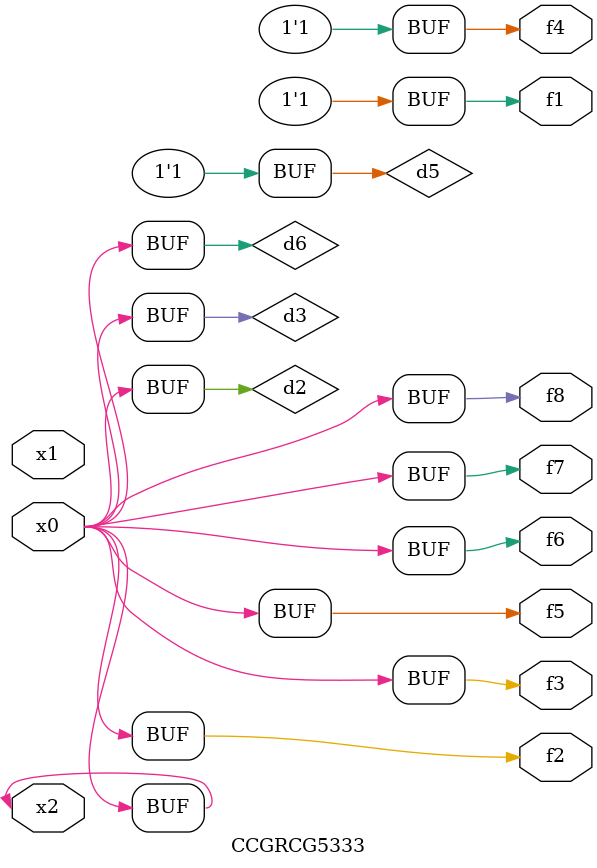
<source format=v>
module CCGRCG5333(
	input x0, x1, x2,
	output f1, f2, f3, f4, f5, f6, f7, f8
);

	wire d1, d2, d3, d4, d5, d6;

	xnor (d1, x2);
	buf (d2, x0, x2);
	and (d3, x0);
	xnor (d4, x1, x2);
	nand (d5, d1, d3);
	buf (d6, d2, d3);
	assign f1 = d5;
	assign f2 = d6;
	assign f3 = d6;
	assign f4 = d5;
	assign f5 = d6;
	assign f6 = d6;
	assign f7 = d6;
	assign f8 = d6;
endmodule

</source>
